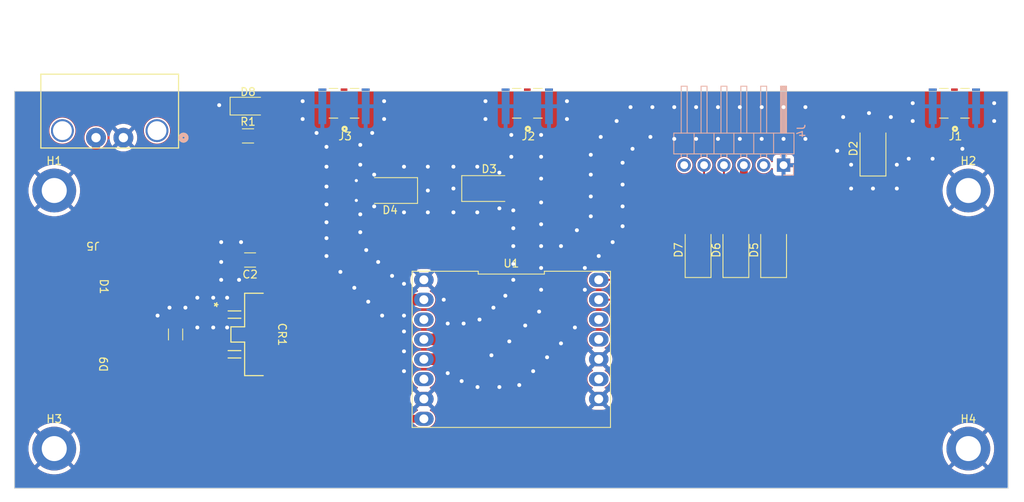
<source format=kicad_pcb>
(kicad_pcb (version 20221018) (generator pcbnew)
  (layers (0 "F.Cu" signal) (31 "B.Cu" signal) (34 "B.Paste" user) (35 "F.Paste" user) (36 "B.SilkS" user "B.Silkscreen") (37 "F.SilkS" user "F.Silkscreen") (38 "B.Mask" user) (39 "F.Mask" user) (44 "Edge.Cuts" user))
  (net 0 "")
  (net 1 "/Vin_Prot")
  (net 2 "GND")
  (net 3 "/3V3")
  (net 4 "/Vin")
  (net 5 "/PPS_IN")
  (net 6 "/PPS_OUT")
  (net 7 "/10MHz_OUT")
  (net 8 "/5V_IN")
  (net 9 "/TxD")
  (net 10 "/RxD")
  (net 11 "Net-(D8-A)")
  (footprint "MountingHole:MountingHole_3.2mm_M3_DIN965_Pad" (layer "F.Cu") (at 68.58 73.66)
    (fp_text reference "H3" (at 0 -3.8) (layer "F.SilkS"))
    (fp_text value "MountingHole_Pad")
    (pad "1" thru_hole circle (at 0 0) (size 5.6 5.6) (drill 3.2) (layers "*.Cu" "*.Mask") (net 2 "GND"))
  )
  (footprint "MountingHole:MountingHole_3.2mm_M3_DIN965_Pad" (layer "F.Cu") (at 185.42 73.66)
    (fp_text reference "H4" (at 0 -3.8) (layer "F.SilkS"))
    (fp_text value "MountingHole_Pad")
    (pad "1" thru_hole circle (at 0 0) (size 5.6 5.6) (drill 3.2) (layers "*.Cu" "*.Mask") (net 2 "GND"))
  )
  (footprint "GPSDO:2x1_POWERDI-5_SBRT10U50SP5_DIO" (layer "F.Cu") (at 74.93 52.9209 -90)
    (fp_text reference "D1" (at 0 0 -90 unlocked) (layer "F.SilkS"))
    (fp_text value "D")
    (pad "1" smd rect (at 1.0541 0 270) (size 4.4958 3.048) (layers "F.Cu" "F.Paste" "F.Mask") (net 1 "/Vin_Prot"))
    (pad "2" smd rect (at -2.8321 -0.920001 270) (size 0.9398 0.9906) (layers "F.Cu" "F.Paste" "F.Mask") (net 4 "/Vin"))
    (pad "2" smd rect (at -2.8321 0.920001 270) (size 0.9398 0.9906) (layers "F.Cu" "F.Paste" "F.Mask") (net 4 "/Vin"))
  )
  (footprint "GPSDO:TAOGLAS_EMPCB.SMAFSTJ.B.HT" (layer "F.Cu") (at 129.045224 29.8585 180)
    (fp_text reference "J2" (at -0.13514 -3.84871) (layer "F.SilkS") (effects (font (size 1.000961 1.000961))))
    (fp_text value "Conn_Coaxial")
    (fp_line (start -1.9 -1.52) (end -0.8 -1.52) (stroke (width 0.127)) (layer "F.SilkS"))
    (fp_line (start -1.9 2.28) (end -0.8 2.28) (stroke (width 0.127)) (layer "F.SilkS"))
    (fp_line (start 0.8 -1.52) (end 1.9 -1.52) (stroke (width 0.127)) (layer "F.SilkS"))
    (fp_line (start 0.8 2.28) (end 1.9 2.28) (stroke (width 0.127)) (layer "F.SilkS"))
    (fp_circle (center -0.073 -2.888) (end 0.027 -2.888) (stroke (width 0.3)) (fill none) (layer "F.SilkS"))
    (pad "1" smd rect (at 0 0 180) (size 0.85 4.56) (layers "F.Cu" "F.Paste" "F.Mask") (net 6 "/PPS_OUT"))
    (pad "2" smd rect (at -2.77 0 180) (size 1 4.56) (layers "F.Cu" "F.Paste" "F.Mask") (net 2 "GND"))
    (pad "2" smd rect (at -2.77 0 180) (size 1 4.56) (layers "B.Cu" "B.Paste" "B.Mask") (net 2 "GND"))
    (pad "2" smd rect (at 2.77 0 180) (size 1 4.56) (layers "F.Cu" "F.Paste" "F.Mask") (net 2 "GND"))
    (pad "2" smd rect (at 2.77 0 180) (size 1 4.56) (layers "B.Cu" "B.Paste" "B.Mask") (net 2 "GND"))
  )
  (footprint "GPSDO:D2PAK_STM" (layer "F.Cu") (at 97.7138 59.055 -90)
    (fp_text reference "CR1" (at 0 0 -90 unlocked) (layer "F.SilkS"))
    (fp_text value "LD1085D2T33R")
    (fp_text user "*" (at -3.81 8.763 -90 unlocked) (layer "F.SilkS"))
    (fp_text user "*" (at -3.81 8.763 -90 unlocked) (layer "F.SilkS"))
    (fp_line (start -5.2705 2.425049) (end -5.2705 4.8006) (stroke (width 0.1524)) (layer "F.SilkS"))
    (fp_line (start -5.2705 4.8006) (end -0.9779 4.8006) (stroke (width 0.1524)) (layer "F.SilkS"))
    (fp_line (start -3.0099 5.2832) (end -3.0099 6.9088) (stroke (width 0.1524)) (layer "F.SilkS"))
    (fp_line (start -2.0701 5.2832) (end -2.0701 6.9088) (stroke (width 0.1524)) (layer "F.SilkS"))
    (fp_line (start -0.9779 4.8006) (end -0.9779 6.5532) (stroke (width 0.1524)) (layer "F.SilkS"))
    (fp_line (start -0.9779 6.5532) (end 0.9779 6.5532) (stroke (width 0.1524)) (layer "F.SilkS"))
    (fp_line (start 0.9779 4.8006) (end 5.2705 4.8006) (stroke (width 0.1524)) (layer "F.SilkS"))
    (fp_line (start 0.9779 6.5532) (end 0.9779 4.8006) (stroke (width 0.1524)) (layer "F.SilkS"))
    (fp_line (start 2.0701 5.2832) (end 2.0701 6.9088) (stroke (width 0.1524)) (layer "F.SilkS"))
    (fp_line (start 3.0099 5.2832) (end 3.0099 6.9088) (stroke (width 0.1524)) (layer "F.SilkS"))
    (fp_line (start 5.2705 4.8006) (end 5.2705 2.425049) (stroke (width 0.1524)) (layer "F.SilkS"))
    (pad "1" smd rect (at -2.54 8.763 270) (size 0.9906 2.9972) (layers "F.Cu" "F.Paste" "F.Mask") (net 2 "GND"))
    (pad "2" smd rect (at 2.54 8.763 270) (size 0.9906 2.9972) (layers "F.Cu" "F.Paste" "F.Mask") (net 1 "/Vin_Prot"))
    (pad "3" smd rect (at 0 -2.2479 270) (size 10.3378 8.7122) (layers "F.Cu" "F.Paste" "F.Mask") (net 3 "/3V3"))
  )
  (footprint "Diode_SMD:D_SMA" (layer "F.Cu") (at 155.702 48.26 90)
    (fp_text reference "D6" (at 0 -2.5 90) (layer "F.SilkS"))
    (fp_text value "D_TVS")
    (fp_line (start -3.51 -1.65) (end -3.51 1.65) (stroke (width 0.12)) (layer "F.SilkS"))
    (fp_line (start -3.51 -1.65) (end 2 -1.65) (stroke (width 0.12)) (layer "F.SilkS"))
    (fp_line (start -3.51 1.65) (end 2 1.65) (stroke (width 0.12)) (layer "F.SilkS"))
    (pad "1" smd roundrect (at -2 0 90) (size 2.5 1.8) (layers "F.Cu" "F.Paste" "F.Mask") (roundrect_rratio 0.1388888889) (net 2 "GND"))
    (pad "2" smd roundrect (at 2 0 90) (size 2.5 1.8) (layers "F.Cu" "F.Paste" "F.Mask") (roundrect_rratio 0.1388888889) (net 9 "/TxD"))
  )
  (footprint "Diode_SMD:D_SMA" (layer "F.Cu") (at 173.228 35.274 90)
    (fp_text reference "D2" (at 0 -2.5 90) (layer "F.SilkS"))
    (fp_text value "D_TVS")
    (fp_line (start -3.51 -1.65) (end -3.51 1.65) (stroke (width 0.12)) (layer "F.SilkS"))
    (fp_line (start -3.51 -1.65) (end 2 -1.65) (stroke (width 0.12)) (layer "F.SilkS"))
    (fp_line (start -3.51 1.65) (end 2 1.65) (stroke (width 0.12)) (layer "F.SilkS"))
    (pad "1" smd roundrect (at -2 0 90) (size 2.5 1.8) (layers "F.Cu" "F.Paste" "F.Mask") (roundrect_rratio 0.1388888889) (net 2 "GND"))
    (pad "2" smd roundrect (at 2 0 90) (size 2.5 1.8) (layers "F.Cu" "F.Paste" "F.Mask") (roundrect_rratio 0.1388888889) (net 5 "/PPS_IN"))
  )
  (footprint "GPSDO:2x1_POWERDI-5_SBRT10U50SP5_DIO" (layer "F.Cu") (at 74.93 62.865 90)
    (fp_text reference "D9" (at 0 0 90 unlocked) (layer "F.SilkS"))
    (fp_text value "D")
    (pad "1" smd rect (at 1.0541 0 90) (size 4.4958 3.048) (layers "F.Cu" "F.Paste" "F.Mask") (net 1 "/Vin_Prot"))
    (pad "2" smd rect (at -2.8321 -0.920001 90) (size 0.9398 0.9906) (layers "F.Cu" "F.Paste" "F.Mask") (net 8 "/5V_IN"))
    (pad "2" smd rect (at -2.8321 0.920001 90) (size 0.9398 0.9906) (layers "F.Cu" "F.Paste" "F.Mask") (net 8 "/5V_IN"))
  )
  (footprint "Diode_SMD:D_SMA" (layer "F.Cu") (at 160.528 48.26 90)
    (fp_text reference "D5" (at 0 -2.5 90) (layer "F.SilkS"))
    (fp_text value "D_TVS")
    (fp_line (start -3.51 -1.65) (end -3.51 1.65) (stroke (width 0.12)) (layer "F.SilkS"))
    (fp_line (start -3.51 -1.65) (end 2 -1.65) (stroke (width 0.12)) (layer "F.SilkS"))
    (fp_line (start -3.51 1.65) (end 2 1.65) (stroke (width 0.12)) (layer "F.SilkS"))
    (pad "1" smd roundrect (at -2 0 90) (size 2.5 1.8) (layers "F.Cu" "F.Paste" "F.Mask") (roundrect_rratio 0.1388888889) (net 2 "GND"))
    (pad "2" smd roundrect (at 2 0 90) (size 2.5 1.8) (layers "F.Cu" "F.Paste" "F.Mask") (roundrect_rratio 0.1388888889) (net 8 "/5V_IN"))
  )
  (footprint "GPSDO:TAOGLAS_EMPCB.SMAFSTJ.B.HT" (layer "F.Cu") (at 105.618962 29.8585 180)
    (fp_text reference "J3" (at -0.13514 -3.84871) (layer "F.SilkS") (effects (font (size 1.000961 1.000961))))
    (fp_text value "Conn_Coaxial")
    (fp_line (start -1.9 -1.52) (end -0.8 -1.52) (stroke (width 0.127)) (layer "F.SilkS"))
    (fp_line (start -1.9 2.28) (end -0.8 2.28) (stroke (width 0.127)) (layer "F.SilkS"))
    (fp_line (start 0.8 -1.52) (end 1.9 -1.52) (stroke (width 0.127)) (layer "F.SilkS"))
    (fp_line (start 0.8 2.28) (end 1.9 2.28) (stroke (width 0.127)) (layer "F.SilkS"))
    (fp_circle (center -0.073 -2.888) (end 0.027 -2.888) (stroke (width 0.3)) (fill none) (layer "F.SilkS"))
    (pad "1" smd rect (at 0 0 180) (size 0.85 4.56) (layers "F.Cu" "F.Paste" "F.Mask") (net 7 "/10MHz_OUT"))
    (pad "2" smd rect (at -2.77 0 180) (size 1 4.56) (layers "F.Cu" "F.Paste" "F.Mask") (net 2 "GND"))
    (pad "2" smd rect (at -2.77 0 180) (size 1 4.56) (layers "B.Cu" "B.Paste" "B.Mask") (net 2 "GND"))
    (pad "2" smd rect (at 2.77 0 180) (size 1 4.56) (layers "F.Cu" "F.Paste" "F.Mask") (net 2 "GND"))
    (pad "2" smd rect (at 2.77 0 180) (size 1 4.56) (layers "B.Cu" "B.Paste" "B.Mask") (net 2 "GND"))
  )
  (footprint "Diode_SMD:D_SMA" (layer "F.Cu") (at 150.876 48.26 90)
    (fp_text reference "D7" (at 0 -2.5 90) (layer "F.SilkS"))
    (fp_text value "D_TVS")
    (fp_line (start -3.51 -1.65) (end -3.51 1.65) (stroke (width 0.12)) (layer "F.SilkS"))
    (fp_line (start -3.51 -1.65) (end 2 -1.65) (stroke (width 0.12)) (layer "F.SilkS"))
    (fp_line (start -3.51 1.65) (end 2 1.65) (stroke (width 0.12)) (layer "F.SilkS"))
    (pad "1" smd roundrect (at -2 0 90) (size 2.5 1.8) (layers "F.Cu" "F.Paste" "F.Mask") (roundrect_rratio 0.1388888889) (net 2 "GND"))
    (pad "2" smd roundrect (at 2 0 90) (size 2.5 1.8) (layers "F.Cu" "F.Paste" "F.Mask") (roundrect_rratio 0.1388888889) (net 10 "/RxD"))
  )
  (footprint "LED_SMD:LED_1206_3216Metric" (layer "F.Cu") (at 93.345 29.845)
    (fp_text reference "D8" (at 0 -1.82) (layer "F.SilkS"))
    (fp_text value "LED")
    (fp_line (start -2.285 -1.135) (end -2.285 1.135) (stroke (width 0.12)) (layer "F.SilkS"))
    (fp_line (start -2.285 1.135) (end 1.6 1.135) (stroke (width 0.12)) (layer "F.SilkS"))
    (fp_line (start 1.6 -1.135) (end -2.285 -1.135) (stroke (width 0.12)) (layer "F.SilkS"))
    (pad "1" smd roundrect (at -1.4 0) (size 1.25 1.75) (layers "F.Cu" "F.Paste" "F.Mask") (roundrect_rratio 0.2) (net 2 "GND"))
    (pad "2" smd roundrect (at 1.4 0) (size 1.25 1.75) (layers "F.Cu" "F.Paste" "F.Mask") (roundrect_rratio 0.2) (net 11 "Net-(D8-A)"))
  )
  (footprint "GPSDO:TAOGLAS_EMPCB.SMAFSTJ.B.HT" (layer "F.Cu") (at 183.63925 29.8585 180)
    (fp_text reference "J1" (at -0.13514 -3.84871) (layer "F.SilkS") (effects (font (size 1.000961 1.000961))))
    (fp_text value "Conn_Coaxial")
    (fp_line (start -1.9 -1.52) (end -0.8 -1.52) (stroke (width 0.127)) (layer "F.SilkS"))
    (fp_line (start -1.9 2.28) (end -0.8 2.28) (stroke (width 0.127)) (layer "F.SilkS"))
    (fp_line (start 0.8 -1.52) (end 1.9 -1.52) (stroke (width 0.127)) (layer "F.SilkS"))
    (fp_line (start 0.8 2.28) (end 1.9 2.28) (stroke (width 0.127)) (layer "F.SilkS"))
    (fp_circle (center -0.073 -2.888) (end 0.027 -2.888) (stroke (width 0.3)) (fill none) (layer "F.SilkS"))
    (pad "1" smd rect (at 0 0 180) (size 0.85 4.56) (layers "F.Cu" "F.Paste" "F.Mask") (net 5 "/PPS_IN"))
    (pad "2" smd rect (at -2.77 0 180) (size 1 4.56) (layers "F.Cu" "F.Paste" "F.Mask") (net 2 "GND"))
    (pad "2" smd rect (at -2.77 0 180) (size 1 4.56) (layers "B.Cu" "B.Paste" "B.Mask") (net 2 "GND"))
    (pad "2" smd rect (at 2.77 0 180) (size 1 4.56) (layers "F.Cu" "F.Paste" "F.Mask") (net 2 "GND"))
    (pad "2" smd rect (at 2.77 0 180) (size 1 4.56) (layers "B.Cu" "B.Paste" "B.Mask") (net 2 "GND"))
  )
  (footprint "GPSDO:CONN_1843790" (layer "F.Cu") (at 73.9166 33.8774 180)
    (fp_text reference "J5" (at 0.381 -13.843 180 unlocked) (layer "F.SilkS"))
    (fp_text value "Conn_01x02_Socket")
    (fp_circle (center -11.1861 0) (end -10.8051 0) (stroke (width 0.508)) (fill none) (layer "B.SilkS"))
    (fp_line (start -10.5511 -1.327) (end -10.5511 8.1218) (stroke (width 0.1524)) (layer "F.SilkS"))
    (fp_line (start -10.5511 8.1218) (end 7.0511 8.1218) (stroke (width 0.1524)) (layer "F.SilkS"))
    (fp_line (start 7.0511 -1.327) (end -10.5511 -1.327) (stroke (width 0.1524)) (layer "F.SilkS"))
    (fp_line (start 7.0511 8.1218) (end 7.0511 -1.327) (stroke (width 0.1524)) (layer "F.SilkS"))
    (fp_circle (center -11.1861 0) (end -10.8051 0) (stroke (width 0.508)) (fill none) (layer "F.SilkS"))
    (pad "" thru_hole circle (at -7.7952 0.9 180) (size 2.921 2.921) (drill 2.413) (layers "*.Cu" "*.Mask"))
    (pad "" thru_hole circle (at 4.2952 0.9 180) (size 2.921 2.921) (drill 2.413) (layers "*.Cu" "*.Mask"))
    (pad "1" thru_hole circle (at -3.500002 0 180) (size 2.54 2.54) (drill 1.1938) (layers "*.Cu" "*.Mask") (net 2 "GND"))
    (pad "2" thru_hole circle (at 0.000001 0 180) (size 2.54 2.54) (drill 1.1938) (layers "*.Cu" "*.Mask") (net 4 "/Vin"))
  )
  (footprint "Diode_SMD:D_SMA" (layer "F.Cu") (at 111.506 40.64 180)
    (fp_text reference "D4" (at 0 -2.5) (layer "F.SilkS"))
    (fp_text value "D_TVS")
    (fp_line (start -3.51 -1.65) (end -3.51 1.65) (stroke (width 0.12)) (layer "F.SilkS"))
    (fp_line (start -3.51 -1.65) (end 2 -1.65) (stroke (width 0.12)) (layer "F.SilkS"))
    (fp_line (start -3.51 1.65) (end 2 1.65) (stroke (width 0.12)) (layer "F.SilkS"))
    (pad "1" smd roundrect (at -2 0 180) (size 2.5 1.8) (layers "F.Cu" "F.Paste" "F.Mask") (roundrect_rratio 0.1388888889) (net 2 "GND"))
    (pad "2" smd roundrect (at 2 0 180) (size 2.5 1.8) (layers "F.Cu" "F.Paste" "F.Mask") (roundrect_rratio 0.1388888889) (net 7 "/10MHz_OUT"))
  )
  (footprint "Diode_SMD:D_SMA" (layer "F.Cu") (at 124.174 40.386)
    (fp_text reference "D3" (at 0 -2.5) (layer "F.SilkS"))
    (fp_text value "D_TVS")
    (fp_line (start -3.51 -1.65) (end -3.51 1.65) (stroke (width 0.12)) (layer "F.SilkS"))
    (fp_line (start -3.51 -1.65) (end 2 -1.65) (stroke (width 0.12)) (layer "F.SilkS"))
    (fp_line (start -3.51 1.65) (end 2 1.65) (stroke (width 0.12)) (layer "F.SilkS"))
    (pad "1" smd roundrect (at -2 0) (size 2.5 1.8) (layers "F.Cu" "F.Paste" "F.Mask") (roundrect_rratio 0.1388888889) (net 2 "GND"))
    (pad "2" smd roundrect (at 2 0) (size 2.5 1.8) (layers "F.Cu" "F.Paste" "F.Mask") (roundrect_rratio 0.1388888889) (net 6 "/PPS_OUT"))
  )
  (footprint "Resistor_SMD:R_1206_3216Metric" (layer "F.Cu") (at 93.345 33.655)
    (fp_text reference "R1" (at 0 -1.82) (layer "F.SilkS"))
    (fp_text value "650")
    (fp_line (start -0.727064 -0.91) (end 0.727064 -0.91) (stroke (width 0.12)) (layer "F.SilkS"))
    (fp_line (start -0.727064 0.91) (end 0.727064 0.91) (stroke (width 0.12)) (layer "F.SilkS"))
    (pad "1" smd roundrect (at -1.4625 0) (size 1.125 1.75) (layers "F.Cu" "F.Paste" "F.Mask") (roundrect_rratio 0.222222) (net 3 "/3V3"))
    (pad "2" smd roundrect (at 1.4625 0) (size 1.125 1.75) (layers "F.Cu" "F.Paste" "F.Mask") (roundrect_rratio 0.222222) (net 11 "Net-(D8-A)"))
  )
  (footprint "MountingHole:MountingHole_3.2mm_M3_DIN965_Pad" (layer "F.Cu") (at 185.42 40.64)
    (fp_text reference "H2" (at 0 -3.8) (layer "F.SilkS"))
    (fp_text value "MountingHole_Pad")
    (pad "1" thru_hole circle (at 0 0) (size 5.6 5.6) (drill 3.2) (layers "*.Cu" "*.Mask") (net 2 "GND"))
  )
  (footprint "Capacitor_SMD:C_1206_3216Metric" (layer "F.Cu") (at 84.0867 59.055 90)
    (fp_text reference "C1" hide)
    (fp_text value "10uF")
    (fp_line (start -0.711252 -0.91) (end 0.711252 -0.91) (stroke (width 0.12)) (layer "F.SilkS"))
    (fp_line (start -0.711252 0.91) (end 0.711252 0.91) (stroke (width 0.12)) (layer "F.SilkS"))
    (pad "1" smd roundrect (at -1.475 0 90) (size 1.15 1.8) (layers "F.Cu" "F.Paste" "F.Mask") (roundrect_rratio 0.217391) (net 1 "/Vin_Prot"))
    (pad "2" smd roundrect (at 1.475 0 90) (size 1.15 1.8) (layers "F.Cu" "F.Paste" "F.Mask") (roundrect_rratio 0.217391) (net 2 "GND"))
  )
  (footprint "MountingHole:MountingHole_3.2mm_M3_DIN965_Pad" (layer "F.Cu") (at 68.58 40.64)
    (fp_text reference "H1" (at 0 -3.8) (layer "F.SilkS"))
    (fp_text value "MountingHole_Pad")
    (pad "1" thru_hole circle (at 0 0) (size 5.6 5.6) (drill 3.2) (layers "*.Cu" "*.Mask") (net 2 "GND"))
  )
  (footprint "GPSDO:15 Pin GPSDO" (layer "F.Cu") (at 127 60.96)
    (fp_text reference "U1" (at 0 -10.99) (layer "F.SilkS"))
    (fp_text value "~" hide)
    (fp_line (start -12.676 -9.99) (end -12.676 9.99) (stroke (width 0.12)) (layer "F.SilkS"))
    (fp_line (start -12.676 9.99) (end 12.676 9.99) (stroke (width 0.12)) (layer "F.SilkS"))
    (fp_line (start -4.225333 -9.99) (end -12.676 -9.99) (stroke (width 0.12)) (layer "F.SilkS"))
    (fp_line (start -4.225333 -9.63) (end -4.225333 -9.99) (stroke (width 0.12)) (layer "F.SilkS"))
    (fp_line (start 4.225333 -9.99) (end 4.225333 -9.63) (stroke (width 0.12)) (layer "F.SilkS"))
    (fp_line (start 4.225333 -9.63) (end -4.225333 -9.63) (stroke (width 0.12)) (layer "F.SilkS"))
    (fp_line (start 12.676 -9.99) (end 4.225333 -9.99) (stroke (width 0.12)) (layer "F.SilkS"))
    (fp_line (start 12.676 9.99) (end 12.676 -9.99) (stroke (width 0.12)) (layer "F.SilkS"))
    (pad "1" thru_hole oval (at -11.176 -8.89 270) (size 1.8 2.5) (drill 1.14) (layers "*.Cu" "*.Mask") (net 2 "GND"))
    (pad "2" thru_hole oval (at -11.176 -6.35 270) (size 1.8 2.5) (drill 1.14) (layers "*.Cu" "*.Mask") (net 7 "/10MHz_OUT"))
    (pad "3" thru_hole oval (at -11.176 -3.81 270) (size 1.8 2.5) (drill 1.14) (layers "*.Cu" "*.Mask"))
    (pad "4" thru_hole oval (at -11.176 -1.27 270) (size 1.8 2.5) (drill 1.14) (layers "*.Cu" "*.Mask") (net 6 "/PPS_OUT"))
    (pad "5" thru_hole oval (at -11.176 1.27 270) (size 1.8 2.5) (drill 1.14) (layers "*.Cu" "*.Mask") (net 5 "/PPS_IN"))
    (pad "6" thru_hole oval (at -11.176 3.81 270) (size 1.8 2.5) (drill 1.14) (layers "*.Cu" "*.Mask"))
    (pad "7" thru_hole oval (at -11.176 6.35 270) (size 1.8 2.5) (drill 1.14) (layers "*.Cu" "*.Mask") (net 2 "GND"))
    (pad "8" thru_hole oval (at -11.176 8.89 270) (size 1.8 2.5) (drill 1.14) (layers "*.Cu" "*.Mask") (net 3 "/3V3"))
    (pad "9" thru_hole oval (at 11.176 6.35 270) (size 1.8 2.5) (drill 1.14) (layers "*.Cu" "*.Mask") (net 2 "GND"))
    (pad "10" thru_hole oval (at 11.176 3.81 270) (size 1.8 2.5) (drill 1.14) (layers "*.Cu" "*.Mask"))
    (pad "11" thru_hole oval (at 11.176 1.27 270) (size 1.8 2.5) (drill 1.14) (layers "*.Cu" "*.Mask") (net 2 "GND"))
    (pad "12" thru_hole oval (at 11.176 -1.27 270) (size 1.8 2.5) (drill 1.14) (layers "*.Cu" "*.Mask"))
    (pad "13" thru_hole oval (at 11.176 -3.81 270) (size 1.8 2.5) (drill 1.14) (layers "*.Cu" "*.Mask"))
    (pad "14" thru_hole oval (at 11.176 -6.35 270) (size 1.8 2.5) (drill 1.14) (layers "*.Cu" "*.Mask") (net 9 "/TxD"))
    (pad "15" thru_hole oval (at 11.176 -8.89 270) (size 1.8 2.5) (drill 1.14) (layers "*.Cu" "*.Mask") (net 10 "/RxD"))
  )
  (footprint "Capacitor_SMD:C_1206_3216Metric" (layer "F.Cu") (at 93.6117 49.53 180)
    (fp_text reference "C2" (at 0 -1.85) (layer "F.SilkS"))
    (fp_text value "10uF")
    (fp_line (start -0.711252 -0.91) (end 0.711252 -0.91) (stroke (width 0.12)) (layer "F.SilkS"))
    (fp_line (start -0.711252 0.91) (end 0.711252 0.91) (stroke (width 0.12)) (layer "F.SilkS"))
    (pad "1" smd roundrect (at -1.475 0 180) (size 1.15 1.8) (layers "F.Cu" "F.Paste" "F.Mask") (roundrect_rratio 0.217391) (net 3 "/3V3"))
    (pad "2" smd roundrect (at 1.475 0 180) (size 1.15 1.8) (layers "F.Cu" "F.Paste" "F.Mask") (roundrect_rratio 0.217391) (net 2 "GND"))
  )
  (footprint "Connector_PinHeader_2.54mm:PinHeader_1x06_P2.54mm_Horizontal" (layer "B.Cu") (at 161.798 37.395 90)
    (fp_text reference "J4" (at 4.385 2.27 270) (layer "B.SilkS") (effects (justify mirror)))
    (fp_text value "FTDI Cable")
    (fp_line (start -1.27 0) (end -1.27 1.27) (stroke (width 0.12)) (layer "B.SilkS"))
    (fp_line (start -1.27 1.27) (end 0 1.27) (stroke (width 0.12)) (layer "B.SilkS"))
    (fp_line (start 1.042929 -13.08) (end 1.44 -13.08) (stroke (width 0.12)) (layer "B.SilkS"))
    (fp_line (start 1.042929 -12.32) (end 1.44 -12.32) (stroke (width 0.12)) (layer "B.SilkS"))
    (fp_line (start 1.042929 -10.54) (end 1.44 -10.54) (stroke (width 0.12)) (layer "B.SilkS"))
    (fp_line (start 1.042929 -9.78) (end 1.44 -9.78) (stroke (width 0.12)) (layer "B.SilkS"))
    (fp_line (start 1.042929 -8) (end 1.44 -8) (stroke (width 0.12)) (layer "B.SilkS"))
    (fp_line (start 1.042929 -7.24) (end 1.44 -7.24) (stroke (width 0.12)) (layer "B.SilkS"))
    (fp_line (start 1.042929 -5.46) (end 1.44 -5.46) (stroke (width 0.12)) (layer "B.SilkS"))
    (fp_line (start 1.042929 -4.7) (end 1.44 -4.7) (stroke (width 0.12)) (layer "B.SilkS"))
    (fp_line (start 1.042929 -2.92) (end 1.44 -2.92) (stroke (width 0.12)) (layer "B.SilkS"))
    (fp_line (start 1.042929 -2.16) (end 1.44 -2.16) (stroke (width 0.12)) (layer "B.SilkS"))
    (fp_line (start 1.11 -0.38) (end 1.44 -0.38) (stroke (width 0.12)) (layer "B.SilkS"))
    (fp_line (start 1.11 0.38) (end 1.44 0.38) (stroke (width 0.12)) (layer "B.SilkS"))
    (fp_line (start 1.44 -14.03) (end 4.1 -14.03) (stroke (width 0.12)) (layer "B.SilkS"))
    (fp_line (start 1.44 -11.43) (end 4.1 -11.43) (stroke (width 0.12)) (layer "B.SilkS"))
    (fp_line (start 1.44 -8.89) (end 4.1 -8.89) (stroke (width 0.12)) (layer "B.SilkS"))
    (fp_line (start 1.44 -6.35) (end 4.1 -6.35) (stroke (width 0.12)) (layer "B.SilkS"))
    (fp_line (start 1.44 -3.81) (end 4.1 -3.81) (stroke (width 0.12)) (layer "B.SilkS"))
    (fp_line (start 1.44 -1.27) (end 4.1 -1.27) (stroke (width 0.12)) (layer "B.SilkS"))
    (fp_line (start 1.44 1.33) (end 1.44 -14.03) (stroke (width 0.12)) (layer "B.SilkS"))
    (fp_line (start 4.1 -14.03) (end 4.1 1.33) (stroke (width 0.12)) (layer "B.SilkS"))
    (fp_line (start 4.1 -12.32) (end 10.1 -12.32) (stroke (width 0.12)) (layer "B.SilkS"))
    (fp_line (start 4.1 -9.78) (end 10.1 -9.78) (stroke (width 0.12)) (layer "B.SilkS"))
    (fp_line (start 4.1 -7.24) (end 10.1 -7.24) (stroke (width 0.12)) (layer "B.SilkS"))
    (fp_line (start 4.1 -4.7) (end 10.1 -4.7) (stroke (width 0.12)) (layer "B.SilkS"))
    (fp_line (start 4.1 -2.16) (end 10.1 -2.16) (stroke (width 0.12)) (layer "B.SilkS"))
    (fp_line (start 4.1 -0.28) (end 10.1 -0.28) (stroke (width 0.12)) (layer "B.SilkS"))
    (fp_line (start 4.1 -0.16) (end 10.1 -0.16) (stroke (width 0.12)) (layer "B.SilkS"))
    (fp_line (start 4.1 -0.04) (end 10.1 -0.04) (stroke (width 0.12)) (layer "B.SilkS"))
    (fp_line (start 4.1 0.08) (end 10.1 0.08) (stroke (width 0.12)) (layer "B.SilkS"))
    (fp_line (start 4.1 0.2) (end 10.1 0.2) (stroke (width 0.12)) (layer "B.SilkS"))
    (fp_line (start 4.1 0.32) (end 10.1 0.32) (stroke (width 0.12)) (layer "B.SilkS"))
    (fp_line (start 4.1 0.38) (end 10.1 0.38) (stroke (width 0.12)) (layer "B.SilkS"))
    (fp_line (start 4.1 1.33) (end 1.44 1.33) (stroke (width 0.12)) (layer "B.SilkS"))
    (fp_line (start 10.1 -13.08) (end 4.1 -13.08) (stroke (width 0.12)) (layer "B.SilkS"))
    (fp_line (start 10.1 -12.32) (end 10.1 -13.08) (stroke (width 0.12)) (layer "B.SilkS"))
    (fp_line (start 10.1 -10.54) (end 4.1 -10.54) (stroke (width 0.12)) (layer "B.SilkS"))
    (fp_line (start 10.1 -9.78) (end 10.1 -10.54) (stroke (width 0.12)) (layer "B.SilkS"))
    (fp_line (start 10.1 -8) (end 4.1 -8) (stroke (width 0.12)) (layer "B.SilkS"))
    (fp_line (start 10.1 -7.24) (end 10.1 -8) (stroke (width 0.12)) (layer "B.SilkS"))
    (fp_line (start 10.1 -5.46) (end 4.1 -5.46) (stroke (width 0.12)) (layer "B.SilkS"))
    (fp_line (start 10.1 -4.7) (end 10.1 -5.46) (stroke (width 0.12)) (layer "B.SilkS"))
    (fp_line (start 10.1 -2.92) (end 4.1 -2.92) (stroke (width 0.12)) (layer "B.SilkS"))
    (fp_line (start 10.1 -2.16) (end 10.1 -2.92) (stroke (width 0.12)) (layer "B.SilkS"))
    (fp_line (start 10.1 -0.38) (end 4.1 -0.38) (stroke (width 0.12)) (layer "B.SilkS"))
    (fp_line (start 10.1 0.38) (end 10.1 -0.38) (stroke (width 0.12)) (layer "B.SilkS"))
    (pad "1" thru_hole rect (at 0 0 90) (size 1.7 1.7) (drill 1) (layers "*.Cu" "*.Mask") (net 2 "GND"))
    (pad "2" thru_hole oval (at 0 -2.54 90) (size 1.7 1.7) (drill 1) (layers "*.Cu" "*.Mask"))
    (pad "3" thru_hole oval (at 0 -5.08 90) (size 1.7 1.7) (drill 1) (layers "*.Cu" "*.Mask") (net 8 "/5V_IN"))
    (pad "4" thru_hole oval (at 0 -7.62 90) (size 1.7 1.7) (drill 1) (layers "*.Cu" "*.Mask") (net 9 "/TxD"))
    (pad "5" thru_hole oval (at 0 -10.16 90) (size 1.7 1.7) (drill 1) (layers "*.Cu" "*.Mask") (net 10 "/RxD"))
    (pad "6" thru_hole oval (at 0 -12.7 90) (size 1.7 1.7) (drill 1) (layers "*.Cu" "*.Mask"))
  )
  (gr_line (start 190.5 27.94) (end 190.5 78.74) (stroke (width 0.1)) (layer "Edge.Cuts"))
  (gr_line (start 190.5 27.94) (end 63.5 27.94) (stroke (width 0.1)) (layer "Edge.Cuts"))
  (gr_line (start 63.5 78.74) (end 63.5 27.94) (stroke (width 0.1)) (layer "Edge.Cuts"))
  (gr_line (start 190.5 78.74) (end 63.5 78.74) (stroke (width 0.1)) (layer "Edge.Cuts"))
  (segment (start 76.2109 60.53) (end 74.93 61.8109) (width 1) (layer "F.Cu") (net 1))
  (segment (start 89.662 29.718) (end 91.818 29.718) (width 0.25) (layer "F.Cu") (net 2))
  (segment (start 91.818 29.718) (end 91.945 29.845) (width 0.25) (layer "F.Cu") (net 2))
  (via (at 102.108 33.274) (size 1) (drill 0.5) (layers "F.Cu" "B.Cu") (net 2))
  (via (at 107.696 37.338) (size 1) (drill 0.5) (layers "F.Cu" "B.Cu") (net 2))
  (via (at 159.004 34.036) (size 1) (drill 0.5) (layers "F.Cu" "B.Cu") (net 2))
  (via (at 119.602 40.386) (size 1) (drill 0.5) (layers "F.Cu" "B.Cu") (net 2))
  (via (at 100.33 31.496) (size 1) (drill 0.5) (layers "F.Cu" "B.Cu") (net 2))
  (via (at 127.254 45.466) (size 1) (drill 0.5) (layers "F.Cu" "B.Cu") (net 2))
  (via (at 130.81 42.164) (size 1) (drill 0.5) (layers "F.Cu" "B.Cu") (net 2))
  (via (at 170.434 37.338) (size 1) (drill 0.5) (layers "F.Cu" "B.Cu") (net 2))
  (via (at 137.16 38.608) (size 1) (drill 0.5) (layers "F.Cu" "B.Cu") (net 2))
  (via (at 90.678 58.166) (size 1) (drill 0.5) (layers "F.Cu" "B.Cu") (net 2))
  (via (at 178.308 31.75) (size 1) (drill 0.5) (layers "F.Cu" "B.Cu") (net 2))
  (via (at 81.788 56.642) (size 1) (drill 0.5) (layers "F.Cu" "B.Cu") (net 2))
  (via (at 136.398 50.546) (size 1) (drill 0.5) (layers "F.Cu" "B.Cu") (net 2))
  (via (at 161.798 34.036) (size 1) (drill 0.5) (layers "F.Cu" "B.Cu") (net 2))
  (via (at 88.9 58.166) (size 1) (drill 0.5) (layers "F.Cu" "B.Cu") (net 2))
  (via (at 127 36.322) (size 1) (drill 0.5) (layers "F.Cu" "B.Cu") (net 2))
  (via (at 89.916 49.784) (size 1) (drill 0.5) (layers "F.Cu" "B.Cu") (net 2))
  (via (at 108.712 54.864) (size 1) (drill 0.5) (layers "F.Cu" "B.Cu") (net 2))
  (via (at 147.828 34.036) (size 1) (drill 0.5) (layers "F.Cu" "B.Cu") (net 2))
  (via (at 173.228 40.386) (size 1) (drill 0.5) (layers "F.Cu" "B.Cu") (net 2))
  (via (at 141.224 37.084) (size 1) (drill 0.5) (layers "F.Cu" "B.Cu") (net 2))
  (via (at 131.572 61.976) (size 1) (drill 0.5) (layers "F.Cu" "B.Cu") (net 2))
  (via (at 176.276 37.338) (size 1) (drill 0.5) (layers "F.Cu" "B.Cu") (net 2))
  (via (at 175.514 31.242) (size 1) (drill 0.5) (layers "F.Cu" "B.Cu") (net 2))
  (via (at 113.284 63.754) (size 1) (drill 0.5) (layers "F.Cu" "B.Cu") (net 2))
  (via (at 118.872 64.008) (size 1) (drill 0.5) (layers "F.Cu" "B.Cu") (net 2))
  (via (at 111.76 51.562) (size 1) (drill 0.5) (layers "F.Cu" "B.Cu") (net 2))
  (via (at 118.364 54.61) (size 1) (drill 0.5) (layers "F.Cu" "B.Cu") (net 2))
  (via (at 103.378 42.418) (size 1) (drill 0.5) (layers "F.Cu" "B.Cu") (net 2))
  (via (at 137.16 36.068) (size 1) (drill 0.5) (layers "F.Cu" "B.Cu") (net 2))
  (via (at 130.81 50.546) (size 1) (drill 0.5) (layers "F.Cu" "B.Cu") (net 2))
  (via (at 188.722 29.464) (size 1) (drill 0.5) (layers "F.Cu" "B.Cu") (net 2))
  (via (at 109.474 38.608) (size 1) (drill 0.5) (layers "F.Cu" "B.Cu") (net 2))
  (via (at 127 33.528) (size 1) (drill 0.5) (layers "F.Cu" "B.Cu") (net 2))
  (via (at 85.344 55.626) (size 1) (drill 0.5) (layers "F.Cu" "B.Cu") (net 2))
  (via (at 89.916 52.07) (size 1) (drill 0.5) (layers "F.Cu" "B.Cu") (net 2))
  (via (at 130.81 47.752) (size 1) (drill 0.5) (layers "F.Cu" "B.Cu") (net 2))
  (via (at 103.378 35.052) (size 1) (drill 0.5) (layers "F.Cu" "B.Cu") (net 2))
  (via (at 107.188 39.37) (size 0.8) (drill 0.4) (layers "F.Cu" "B.Cu") (net 2))
  (via (at 109.474 42.672) (size 1) (drill 0.5) (layers "F.Cu" "B.Cu") (net 2))
  (via (at 109.22 33.274) (size 1) (drill 0.5) (layers "F.Cu" "B.Cu") (net 2))
  (via (at 156.21 34.036) (size 1) (drill 0.5) (layers "F.Cu" "B.Cu") (net 2))
  (via (at 107.696 43.688) (size 1) (drill 0.5) (layers "F.Cu" "B.Cu") (net 2))
  (via (at 127.254 52.07) (size 1) (drill 0.5) (layers "F.Cu" "B.Cu") (net 2))
  (via (at 134.112 29.21) (size 1) (drill 0.5) (layers "F.Cu" "B.Cu") (net 2))
  (via (at 113.284 37.592) (size 1) (drill 0.5) (layers "F.Cu" "B.Cu") (net 2))
  (via (at 109.982 49.784) (size 1) (drill 0.5) (layers "F.Cu" "B.Cu") (net 2))
  (via (at 125.476 42.926) (size 1) (drill 0.5) (layers "F.Cu" "B.Cu") (net 2))
  (via (at 116.332 43.434) (size 1) (drill 0.5) (layers "F.Cu" "B.Cu") (net 2))
  (via (at 137.16 41.402) (size 1) (drill 0.5) (layers "F.Cu" "B.Cu") (net 2))
  (via (at 147.828 29.972) (size 1) (drill 0.5) (layers "F.Cu" "B.Cu") (net 2))
  (via (at 113.284 61.214) (size 1) (drill 0.5) (layers "F.Cu" "B.Cu") (net 2))
  (via (at 103.378 44.704) (size 1) (drill 0.5) (layers "F.Cu" "B.Cu") (net 2))
  (via (at 118.872 57.658) (size 1) (drill 0.5) (layers "F.Cu" "B.Cu") (net 2))
  (via (at 129.794 63.754) (size 1) (drill 0.5) (layers "F.Cu" "B.Cu") (net 2))
  (via (at 184.658 35.306) (size 1) (drill 0.5) (layers "F.Cu" "B.Cu") (net 2))
  (via (at 107.696 34.798) (size 1) (drill 0.5) (layers "F.Cu" "B.Cu") (net 2))
  (via (at 177.8 36.576) (size 1) (drill 0.5) (layers "F.Cu" "B.Cu") (net 2))
  (via (at 124.714 55.626) (size 1) (drill 0.5) (layers "F.Cu" "B.Cu") (net 2))
  (via (at 123.698 29.21) (size 1) (drill 0.5) (layers "F.Cu" "B.Cu") (net 2))
  (via (at 119.602 43.434) (size 1) (drill 0.5) (layers "F.Cu" "B.Cu") (net 2))
  (via (at 141.224 42.672) (size 1) (drill 0.5) (layers "F.Cu" "B.Cu") (net 2))
  (via (at 106.934 53.086) (size 1) (drill 0.5) (layers "F.Cu" "B.Cu") (net 2))
  (via (at 144.78 33.782) (size 1) (drill 0.5) (layers "F.Cu" "B.Cu") (net 2))
  (via (at 127.254 43.18) (size 1) (drill 0.5) (layers "F.Cu" "B.Cu") (net 2))
  (via (at 122.936 57.15) (size 1) (drill 0.5) (layers "F.Cu" "B.Cu") (net 2))
  (via (at 138.43 33.782) (size 1) (drill 0.5) (layers "F.Cu" "B.Cu") (net 2))
  (via (at 130.81 53.34) (size 1) (drill 0.5) (layers "F.Cu" "B.Cu") (net 2))
  (via (at 103.378 46.736) (size 1) (drill 0.5) (layers "F.Cu" "B.Cu") (net 2))
  (via (at 86.868 58.166) (size 1) (drill 0.5) (layers "F.Cu" "B.Cu") (net 2))
  (via (at 130.81 36.322) (size 1) (drill 0.5) (layers "F.Cu" "B.Cu") (net 2))
  (via (at 107.696 45.974) (size 1) (drill 0.5) (layers "F.Cu" "B.Cu") (net 2))
  (via (at 116.332 40.64) (size 1) (drill 0.5) (layers "F.Cu" "B.Cu") (net 2))
  (via (at 153.416 29.972) (size 1) (drill 0.5) (layers "F.Cu" "B.Cu") (net 2))
  (via (at 164.592 29.972) (size 1) (drill 0.5) (layers "F.Cu" "B.Cu") (net 2))
  (via (at 100.33 29.21) (size 1) (drill 0.5) (layers "F.Cu" "B.Cu") (net 2))
  (via (at 90.678 54.356) (size 1) (drill 0.5) (layers "F.Cu" "B.Cu") (net 2))
  (via (at 113.284 56.642) (size 1) (drill 0.5) (layers "F.Cu" "B.Cu") (net 2))
  (via (at 125.476 65.786) (size 1) (drill 0.5) (layers "F.Cu" "B.Cu") (net 2))
  (via (at 120.65 65.024) (size 1) (drill 0.5) (layers "F.Cu" "B.Cu") (net 2))
  (via (at 135.128 58.166) (size 1) (drill 0.5) (layers "F.Cu" "B.Cu") (net 2))
  (via (at 178.308 29.464) (size 1) (drill 0.5) (layers "F.Cu" "B.Cu") (net 2))
  (via (at 116.332 37.592) (size 1) (drill 0.5) (layers "F.Cu" "B.Cu") (net 2))
  (via (at 127.254 47.752) (size 1) (drill 0.5) (layers "F.Cu" "B.Cu") (net 2))
  (via (at 168.656 35.56) (size 1) (drill 0.5) (layers "F.Cu" "B.Cu") (net 2))
  (via (at 127.254 50.038) (size 1) (drill 0.5) (layers "F.Cu" "B.Cu") (net 2))
  (via (at 145.034 29.972) (size 1) (drill 0.5) (layers "F.Cu" "B.Cu") (net 2))
  (via (at 139.954 47.244) (size 1) (drill 0.5) (layers "F.Cu" "B.Cu") (net 2))
  (via (at 122.682 65.786) (size 1) (drill 0.5) (layers "F.Cu" "B.Cu") (net 2))
  (via (at 130.81 33.528) (size 1) (drill 0.5) (layers "F.Cu" "B.Cu") (net 2))
  (via (at 141.224 39.878) (size 1) (drill 0.5) (layers "F.Cu" "B.Cu") (net 2))
  (via (at 176.276 40.386) (size 1) (drill 0.5) (layers "F.Cu" "B.Cu") (net 2))
  (via (at 125.476 38.354) (size 1) (drill 0.5) (layers "F.Cu" "B.Cu") (net 2))
  (via (at 113.284 43.434) (size 1) (drill 0.5) (layers "F.Cu" "B.Cu") (net 2))
  (via (at 110.49 56.642) (size 1) (drill 0.5) (layers "F.Cu" "B.Cu") (net 2))
  (via (at 92.202 52.07) (size 1) (drill 0.5) (layers "F.Cu" "B.Cu") (net 2))
  (via (at 108.458 48.26) (size 1) (drill 0.5) (layers "F.Cu" "B.Cu") (net 2))
  (via (at 161.798 29.972) (size 1) (drill 0.5) (layers "F.Cu" "B.Cu") (net 2))
  (via (at 88.9 54.356) (size 1) (drill 0.5) (layers "F.Cu" "B.Cu") (net 2))
  (via (at 103.378 37.592) (size 1) (drill 0.5) (layers "F.Cu" "B.Cu") (net 2))
  (via (at 140.462 31.75) (size 1) (drill 0.5) (layers "F.Cu" "B.Cu") (net 2))
  (via (at 137.16 43.942) (size 1) (drill 0.5) (layers "F.Cu" "B.Cu") (net 2))
  (via (at 134.112 31.496) (size 1) (drill 0.5) (layers "F.Cu" "B.Cu") (net 2))
  (via (at 180.848 36.576) (size 1) (drill 0.5) (layers "F.Cu" "B.Cu") (net 2))
  (via (at 128.778 57.912) (size 1) (drill 0.5) (layers "F.Cu" "B.Cu") (net 2))
  (via (at 156.21 29.972) (size 1) (drill 0.5) (layers "F.Cu" "B.Cu") (net 2))
  (via (at 105.156 51.054) (size 1) (drill 0.5) (layers "F.Cu" "B.Cu") (net 2))
  (via (at 164.592 34.036) (size 1) (drill 0.5) (layers "F.Cu" "B.Cu") (net 2))
  (via (at 122.65 37.592) (size 1) (drill 0.5) (layers "F.Cu" "B.Cu") (net 2))
  (via (at 110.744 31.496) (size 1) (drill 0.5) (layers "F.Cu" "B.Cu") (net 2))
  (via (at 103.378 49.022) (size 1) (drill 0.5) (layers "F.Cu" "B.Cu") (net 2))
  (via (at 150.622 34.036) (size 1) (drill 0.5) (layers "F.Cu" "B.Cu") (net 2))
  (via (at 110.744 29.21) (size 1) (drill 0.5) (layers "F.Cu" "B.Cu") (net 2))
  (via (at 103.378 40.132) (size 1) (drill 0.5) (layers "F.Cu" "B.Cu") (net 2))
  (via (at 130.81 39.116) (size 1) (drill 0.5) (layers "F.Cu" "B.Cu") (net 2))
  (via (at 170.434 40.386) (size 1) (drill 0.5) (layers "F.Cu" "B.Cu") (net 2))
  (via (at 188.722 31.75) (size 1) (drill 0.5) (layers "F.Cu" "B.Cu") (net 2))
  (via (at 119.602 37.592) (size 1) (drill 0.5) (layers "F.Cu" "B.Cu") (net 2))
  (via (at 92.456 47.244) (size 1) (drill 0.5) (layers "F.Cu" "B.Cu") (net 2))
  (via (at 169.418 31.242) (size 1) (drill 0.5) (layers "F.Cu" "B.Cu") (net 2))
  (via (at 113.284 52.578) (size 1) (drill 0.5) (layers "F.Cu" "B.Cu") (net 2))
  (via (at 126.746 59.944) (size 1) (drill 0.5) (layers "F.Cu" "B.Cu") (net 2))
  (via (at 86.868 54.356) (size 1) (drill 0.5) (layers "F.Cu" "B.Cu") (net 2))
  (via (at 122.65 43.434) (size 1) (drill 0.5) (layers "F.Cu" "B.Cu") (net 2))
  (via (at 153.416 34.036) (size 1) (drill 0.5) (layers "F.Cu" "B.Cu") (net 2))
  (via (at 142.24 29.972) (size 1) (drill 0.5) (layers "F.Cu" "B.Cu") (net 2))
  (via (at 89.916 47.244) (size 1) (drill 0.5) (layers "F.Cu" "B.Cu") (net 2))
  (via (at 138.176 49.022) (size 1) (drill 0.5) (layers "F.Cu" "B.Cu") (net 2))
  (via (at 172.72 30.734) (size 1) (drill 0.5) (layers "F.Cu" "B.Cu") (net 2))
  (via (at 120.904 57.658) (size 1) (drill 0.5) (layers "F.Cu" "B.Cu") (net 2))
  (via (at 130.556 56.134) (size 1) (drill 0.5) (layers "F.Cu" "B.Cu") (net 2))
  (via (at 126.238 54.102) (size 1) (drill 0.5) (layers "F.Cu" "B.Cu") (net 2))
  (via (at 133.35 47.752) (size 1) (drill 0.5) (layers "F.Cu" "B.Cu") (net 2))
  (via (at 124.46 61.722) (size 1) (drill 0.5) (layers "F.Cu" "B.Cu") (net 2))
  (via (at 123.698 31.496) (size 1) (drill 0.5) (layers "F.Cu" "B.Cu") (net 2))
  (via (at 130.81 44.958) (size 1) (drill 0.5) (layers "F.Cu" "B.Cu") (net 2))
  (via (at 142.494 35.306) (size 1) (drill 0.5) (layers "F.Cu" "B.Cu") (net 2))
  (via (at 113.284 58.674) (size 1) (drill 0.5) (layers "F.Cu" "B.Cu") (net 2))
  (via (at 128.016 65.532) (size 1) (drill 0.5) (layers "F.Cu" "B.Cu") (net 2))
  (via (at 159.004 29.972) (size 1) (drill 0.5) (layers "F.Cu" "B.Cu") (net 2))
  (via (at 150.622 29.972) (size 1) (drill 0.5) (layers "F.Cu" "B.Cu") (net 2))
  (via (at 89.662 29.718) (size 1) (drill 0.5) (layers "F.Cu" "B.Cu") (net 2))
  (via (at 133.35 60.198) (size 1) (drill 0.5) (layers "F.Cu" "B.Cu") (net 2))
  (via (at 141.224 45.212) (size 1) (drill 0.5) (layers "F.Cu" "B.Cu") (net 2))
  (via (at 136.398 53.34) (size 1) (drill 0.5) (layers "F.Cu" "B.Cu") (net 2))
  (via (at 83.312 55.626) (size 1) (drill 0.5) (layers "F.Cu" "B.Cu") (net 2))
  (via (at 135.382 45.72) (size 1) (drill 0.5) (layers "F.Cu" "B.Cu") (net 2))
  (via (at 107.188 41.91) (size 0.8) (drill 0.4) (layers "F.Cu" "B.Cu") (net 2))
  (segment (start 99.9617 59.055) (end 99.9617 66.9417) (width 1) (layer "F.Cu") (net 3))
  (segment (start 91.8825 33.655) (end 91.8825 34.9865) (width 0.25) (layer "F.Cu") (net 3))
  (segment (start 102.87 69.85) (end 115.824 69.85) (width 1) (layer "F.Cu") (net 3))
  (segment (start 91.8825 34.9865) (end 94.996 38.1) (width 0.25) (layer "F.Cu") (net 3))
  (segment (start 94.996 49.4393) (end 95.0867 49.53) (width 0.25) (layer "F.Cu") (net 3))
  (segment (start 94.996 38.1) (end 94.996 49.4393) (width 0.25) (layer "F.Cu") (net 3))
  (segment (start 99.9617 66.9417) (end 102.87 69.85) (width 1) (layer "F.Cu") (net 3))
  (segment (start 73.916599 33.8774) (end 73.916599 36.146799) (width 1) (layer "F.Cu") (net 4))
  (segment (start 73.916599 36.146799) (end 75.850001 38.080201) (width 1) (layer "F.Cu") (net 4))
  (segment (start 75.850001 38.080201) (end 75.850001 50.0888) (width 1) (layer "F.Cu") (net 4))
  (segment (start 166.878 32.004) (end 143.002 32.004) (width 1.5) (layer "F.Cu") (net 5))
  (segment (start 134.62 55.88) (end 126.492 64.008) (width 1.5) (layer "F.Cu") (net 5))
  (segment (start 173.228 33.274) (end 168.148 33.274) (width 1.5) (layer "F.Cu") (net 5))
  (segment (start 183.63925 33.27675) (end 182.372 34.544) (width 1.5) (layer "F.Cu") (net 5))
  (segment (start 177.292 34.544) (end 176.022 33.274) (width 1.5) (layer "F.Cu") (net 5))
  (segment (start 134.62 49.53) (end 134.62 55.88) (width 1.5) (layer "F.Cu") (net 5))
  (segment (start 168.148 33.274) (end 166.878 32.004) (width 1.5) (layer "F.Cu") (net 5))
  (segment (start 120.65 62.23) (end 115.824 62.23) (width 1.5) (layer "F.Cu") (net 5))
  (segment (start 176.022 33.274) (end 173.228 33.274) (width 1.5) (layer "F.Cu") (net 5))
  (segment (start 183.63925 29.8585) (end 183.63925 33.27675) (width 1.5) (layer "F.Cu") (net 5))
  (segment (start 182.372 34.544) (end 177.292 34.544) (width 1.5) (layer "F.Cu") (net 5))
  (segment (start 139.192 44.958) (end 134.62 49.53) (width 1.5) (layer "F.Cu") (net 5))
  (segment (start 139.192 35.814) (end 139.192 44.958) (width 1.5) (layer "F.Cu") (net 5))
  (segment (start 126.492 64.008) (end 122.428 64.008) (width 1.5) (layer "F.Cu") (net 5))
  (segment (start 122.428 64.008) (end 120.65 62.23) (width 1.5) (layer "F.Cu") (net 5))
  (segment (start 143.002 32.004) (end 139.192 35.814) (width 1.5) (layer "F.Cu") (net 5))
  (segment (start 126.174 40.386) (end 129.045224 40.386) (width 0.5) (layer "F.Cu") (net 6))
  (segment (start 123.19 59.69) (end 115.824 59.69) (width 1.5) (layer "F.Cu") (net 6))
  (segment (start 129.045224 40.386) (end 129.045224 53.834776) (width 1.5) (layer "F.Cu") (net 6))
  (segment (start 129.045224 29.8585) (end 129.045224 40.386) (width 1.5) (layer "F.Cu") (net 6))
  (segment (start 129.045224 53.834776) (end 123.19 59.69) (width 1.5) (layer "F.Cu") (net 6))
  (segment (start 105.618962 48.468962) (end 111.76 54.61) (width 1.5) (layer "F.Cu") (net 7))
  (segment (start 105.872962 40.64) (end 105.618962 40.386) (width 0.25) (layer "F.Cu") (net 7))
  (segment (start 105.618962 29.8585) (end 105.618962 40.386) (width 1.5) (layer "F.Cu") (net 7))
  (segment (start 105.618962 40.386) (end 105.618962 48.468962) (width 1.5) (layer "F.Cu") (net 7))
  (segment (start 111.76 54.61) (end 115.824 54.61) (width 1.5) (layer "F.Cu") (net 7))
  (segment (start 109.506 40.64) (end 105.872962 40.64) (width 0.5) (layer "F.Cu") (net 7))
  (segment (start 160.528 46.26) (end 164.116 46.26) (width 1) (layer "F.Cu") (net 8))
  (segment (start 160.528 42.418) (end 160.528 46.26) (width 1) (layer "F.Cu") (net 8))
  (segment (start 74.009999 65.6971) (end 74.009999 74.263999) (width 1) (layer "F.Cu") (net 8))
  (segment (start 167.894 73.66) (end 165.1 76.454) (width 1) (layer "F.Cu") (net 8))
  (segment (start 156.718 37.395) (end 156.718 38.608) (width 1) (layer "F.Cu") (net 8))
  (segment (start 74.009999 74.263999) (end 76.2 76.454) (width 1) (layer "F.Cu") (net 8))
  (segment (start 167.894 50.038) (end 167.894 73.66) (width 1) (layer "F.Cu") (net 8))
  (segment (start 76.2 76.454) (end 165.1 76.454) (width 1) (layer "F.Cu") (net 8))
  (segment (start 164.116 46.26) (end 167.894 50.038) (width 1) (layer "F.Cu") (net 8))
  (segment (start 156.718 38.608) (end 160.528 42.418) (width 1) (layer "F.Cu") (net 8))
  (segment (start 154.178 41.656) (end 155.702 43.18) (width 0.25) (layer "F.Cu") (net 9))
  (segment (start 154.178 37.395) (end 154.178 41.656) (width 0.25) (layer "F.Cu") (net 9))
  (segment (start 138.176 54.61) (end 140.716 54.61) (width 0.25) (layer "F.Cu") (net 9))
  (segment (start 140.716 54.61) (end 147.066 48.26) (width 0.25) (layer "F.Cu") (net 9))
  (segment (start 147.066 48.26) (end 153.702 48.26) (width 0.25) (layer "F.Cu") (net 9))
  (segment (start 155.702 43.18) (end 155.702 46.26) (width 0.25) (layer "F.Cu") (net 9))
  (segment (start 153.702 48.26) (end 155.702 46.26) (width 0.25) (layer "F.Cu") (net 9))
  (segment (start 146.526 46.26) (end 140.716 52.07) (width 0.25) (layer "F.Cu") (net 10))
  (segment (start 150.876 42.672) (end 150.876 46.26) (width 0.25) (layer "F.Cu") (net 10))
  (segment (start 151.638 41.91) (end 150.876 42.672) (width 0.25) (layer "F.Cu") (net 10))
  (segment (start 140.716 52.07) (end 138.176 52.07) (width 0.25) (layer "F.Cu") (net 10))
  (segment (start 150.876 46.26) (end 146.526 46.26) (width 0.25) (layer "F.Cu") (net 10))
  (segment (start 151.638 37.395) (end 151.638 41.91) (width 0.25) (layer "F.Cu") (net 10))
  (segment (start 94.8075 33.655) (end 94.8075 29.9075) (width 0.25) (layer "F.Cu") (net 11))
  (segment (start 94.8075 29.9075) (end 94.745 29.845) (width 0.25) (layer "F.Cu") (net 11))
  (zone (net 1) (net_name "/Vin_Prot") (layer "F.Cu") (priority 5) (connect_pads yes (clearance 0.25)) (min_thickness 0.25) (fill yes (thermal_gap 0.5) (thermal_bridge_width 0.5) (smoothing chamfer) (radius 0.1))
    (polygon (pts (xy 72.644 62.738) (xy 72.644 53.086) (xy 77.216 53.086) (xy 82.296 59.182) (xy 91.694 59.182) (xy 91.694 62.738)))
  )
  (zone (net 2) (net_name "GND") (layer "F.Cu") (priority 3) (connect_pads yes (clearance 0.25)) (min_thickness 0.25) (fill yes (thermal_gap 0.5) (thermal_bridge_width 0.5) (smoothing chamfer) (radius 0.1))
    (polygon (pts (xy 177.292 33.274) (xy 191.008 33.274) (xy 191.008 27.178) (xy 177.292 27.178)))
  )
  (zone (net 2) (net_name "GND") (layer "F.Cu") (priority 3) (connect_pads yes (clearance 0.25)) (min_thickness 0.25) (fill yes (thermal_gap 0.5) (thermal_bridge_width 0.5) (smoothing chamfer) (radius 0.1))
    (polygon (pts (xy 99.314 33.528) (xy 113.03 33.528) (xy 113.03 27.432) (xy 99.314 27.432)))
  )
  (zone (net 2) (net_name "GND") (layer "F.Cu") (priority 1) (connect_pads yes (clearance 0.25)) (min_thickness 0.25) (fill yes (thermal_gap 0.5) (thermal_bridge_width 0.5) (smoothing chamfer) (radius 0.1))
    (polygon (pts (xy 77.724 53.086) (xy 82.55 58.928) (xy 85.852 58.928) (xy 85.852 53.086)))
  )
  (zone (net 8) (net_name "/5V_IN") (layer "F.Cu") (priority 1) (connect_pads yes (clearance 0.25)) (min_thickness 0.25) (fill yes (thermal_gap 0.5) (thermal_bridge_width 0.5))
    (polygon (pts (xy 73.152 65.024) (xy 76.708 65.024) (xy 76.708 66.802) (xy 74.676 68.326) (xy 73.152 68.326)))
  )
  (zone (net 2) (net_name "GND") (layer "F.Cu") (priority 2) (connect_pads yes (clearance 0.25)) (min_thickness 0.25) (fill yes (thermal_gap 0.5) (thermal_bridge_width 0.5) (smoothing chamfer) (radius 0.1))
    (polygon (pts (xy 86.106 53.086) (xy 91.694 53.086) (xy 91.694 58.928) (xy 86.106 58.928)))
  )
  (zone (net 2) (net_name "GND") (layer "F.Cu") (priority 2) (connect_pads (clearance 0.25)) (min_thickness 0.25) (fill yes (thermal_gap 0.5) (thermal_bridge_width 0.5) (smoothing chamfer) (radius 0.1))
    (polygon (pts (xy 112.014 44.45) (xy 112.014 36.576) (xy 117.602 36.576) (xy 117.602 44.45)))
  )
  (zone (net 4) (net_name "/Vin") (layer "F.Cu") (priority 1) (connect_pads yes (clearance 0.25)) (min_thickness 0.25) (fill yes (thermal_gap 0.5) (thermal_bridge_width 0.5))
    (polygon (pts (xy 76.708 50.8) (xy 73.152 50.8) (xy 73.152 49.022) (xy 75.184 47.498) (xy 76.708 47.498)))
  )
  (zone (net 2) (net_name "GND") (layer "F.Cu") (priority 2) (connect_pads (clearance 0.25)) (min_thickness 0.25) (fill yes (thermal_gap 0.5) (thermal_bridge_width 0.5) (smoothing chamfer) (radius 0.1))
    (polygon (pts (xy 169.418 35.814) (xy 177.292 35.814) (xy 177.292 41.402) (xy 169.418 41.402)))
  )
  (zone (net 3) (net_name "/3V3") (layer "F.Cu") (priority 4) (connect_pads yes (clearance 0.25)) (min_thickness 0.25) (fill yes (thermal_gap 0.5) (thermal_bridge_width 0.5) (smoothing chamfer) (radius 0.1))
    (polygon (pts (xy 93.98 48.006) (xy 93.98 65.532) (xy 105.41 65.532) (xy 105.41 53.086) (xy 97.536 48.006)))
  )
  (zone (net 2) (net_name "GND") (layer "F.Cu") (connect_pads (clearance 0.2)) (min_thickness 0.25) (fill yes (thermal_gap 0.5) (thermal_bridge_width 0.5) (island_removal_mode 1) (island_area_min 10))
    (polygon (pts (xy 192.278 26.416) (xy 61.722 26.416) (xy 61.722 80.518) (xy 192.532 80.518)))
  )
  (zone (net 2) (net_name "GND") (layer "F.Cu") (priority 3) (connect_pads yes (clearance 0.25)) (min_thickness 0.25) (fill yes (thermal_gap 0.5) (thermal_bridge_width 0.5) (smoothing chamfer) (radius 0.1))
    (polygon (pts (xy 122.682 33.528) (xy 136.398 33.528) (xy 136.398 27.432) (xy 122.682 27.432)))
  )
  (zone (net 2) (net_name "GND") (layer "F.Cu") (priority 2) (connect_pads (clearance 0.25)) (min_thickness 0.25) (fill yes (thermal_gap 0.5) (thermal_bridge_width 0.5) (smoothing chamfer) (radius 0.1))
    (polygon (pts (xy 123.666 36.576) (xy 123.666 44.45) (xy 118.078 44.45) (xy 118.078 36.576)))
  )
  (zone (net 2) (net_name "GND") (layer "F.Cu") (priority 1) (connect_pads yes (clearance 0.25)) (min_thickness 0.25) (fill yes (thermal_gap 0.5) (thermal_bridge_width 0.5) (smoothing chamfer) (radius 0.1))
    (polygon (pts (xy 89.154 46.482) (xy 89.154 52.832) (xy 93.472 52.832) (xy 93.472 46.482)))
  )
  (zone (net 2) (net_name "GND") (layer "B.Cu") (priority 1) (connect_pads (clearance 0.25)) (min_thickness 0.25) (fill yes (thermal_gap 0.5) (thermal_bridge_width 0.5))
    (polygon (pts (xy 191.77 26.67) (xy 62.23 26.67) (xy 62.23 80.01) (xy 191.77 80.01)))
  )
)
</source>
